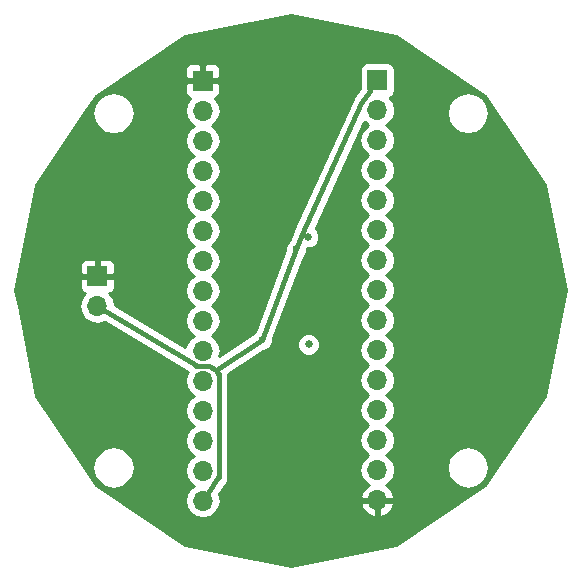
<source format=gbr>
G04 #@! TF.FileFunction,Copper,L1,Top,Signal*
%FSLAX46Y46*%
G04 Gerber Fmt 4.6, Leading zero omitted, Abs format (unit mm)*
G04 Created by KiCad (PCBNEW 4.0.7) date 06/27/18 01:28:05*
%MOMM*%
%LPD*%
G01*
G04 APERTURE LIST*
%ADD10C,0.100000*%
%ADD11R,1.700000X1.700000*%
%ADD12O,1.700000X1.700000*%
%ADD13C,0.650000*%
%ADD14C,0.600000*%
%ADD15C,0.400000*%
%ADD16C,0.254000*%
G04 APERTURE END LIST*
D10*
D11*
X106490000Y-75933300D03*
D12*
X106490000Y-78473300D03*
X106490000Y-81013300D03*
X106490000Y-83553300D03*
X106490000Y-86093300D03*
X106490000Y-88633300D03*
X106490000Y-91173300D03*
X106490000Y-93713300D03*
X106490000Y-96253300D03*
X106490000Y-98793300D03*
X106490000Y-101333300D03*
X106490000Y-103873300D03*
X106490000Y-106413300D03*
X106490000Y-108953300D03*
X106490000Y-111493300D03*
D11*
X121272000Y-75895200D03*
D12*
X121272000Y-78435200D03*
X121272000Y-80975200D03*
X121272000Y-83515200D03*
X121272000Y-86055200D03*
X121272000Y-88595200D03*
X121272000Y-91135200D03*
X121272000Y-93675200D03*
X121272000Y-96215200D03*
X121272000Y-98755200D03*
X121272000Y-101295200D03*
X121272000Y-103835200D03*
X121272000Y-106375200D03*
X121272000Y-108915200D03*
X121272000Y-111455200D03*
D11*
X97561400Y-92494100D03*
D12*
X97561400Y-95034100D03*
D13*
X115469000Y-98276000D03*
X115419000Y-89176000D03*
D14*
X111522500Y-97876100D03*
X114418900Y-90209000D03*
D15*
X107826400Y-100760400D02*
X107623300Y-100476600D01*
X107840100Y-100793500D02*
X107826400Y-100760400D01*
X107840100Y-108413500D02*
X107840100Y-100793500D01*
X107840100Y-109493100D02*
X107840100Y-108413500D01*
X107826400Y-109526200D02*
X107840100Y-109493100D01*
X106490000Y-111493300D02*
X107826400Y-109526200D01*
X114893400Y-88958300D02*
X114418900Y-90209000D01*
X119935600Y-77862300D02*
X114893400Y-88958300D01*
X120622000Y-76828000D02*
X119935600Y-77862300D01*
X120622000Y-76745200D02*
X120622000Y-76828000D01*
X120622000Y-76545200D02*
X120622000Y-76745200D01*
X121272000Y-75895200D02*
X120622000Y-76545200D01*
X107017600Y-100064800D02*
X107623300Y-100476600D01*
X107013900Y-100063300D02*
X107017600Y-100064800D01*
X105966100Y-100063300D02*
X107013900Y-100063300D01*
X105962400Y-100061800D02*
X105966100Y-100063300D01*
X97561400Y-95034100D02*
X105962400Y-100061800D01*
X114418900Y-90209000D02*
X111522500Y-97876100D01*
X111522500Y-97876100D02*
X107623300Y-100476600D01*
D16*
G36*
X122866364Y-72152849D02*
X130430295Y-77206905D01*
X135484351Y-84770836D01*
X137259100Y-93693100D01*
X135484351Y-102615364D01*
X130430295Y-110179295D01*
X122866364Y-115233351D01*
X113944100Y-117008100D01*
X105021836Y-115233351D01*
X97457905Y-110179295D01*
X96464862Y-108693100D01*
X97159100Y-108693100D01*
X97294975Y-109376190D01*
X97681914Y-109955286D01*
X98261010Y-110342225D01*
X98944100Y-110478100D01*
X99627190Y-110342225D01*
X100206286Y-109955286D01*
X100593225Y-109376190D01*
X100729100Y-108693100D01*
X100593225Y-108010010D01*
X100206286Y-107430914D01*
X99627190Y-107043975D01*
X98944100Y-106908100D01*
X98261010Y-107043975D01*
X97681914Y-107430914D01*
X97294975Y-108010010D01*
X97159100Y-108693100D01*
X96464862Y-108693100D01*
X92403849Y-102615364D01*
X90895842Y-95034100D01*
X96047307Y-95034100D01*
X96160346Y-95602385D01*
X96482253Y-96084154D01*
X96964022Y-96406061D01*
X97532307Y-96519100D01*
X97590493Y-96519100D01*
X98158778Y-96406061D01*
X98191416Y-96384253D01*
X105209627Y-100584402D01*
X105088946Y-100765015D01*
X104975907Y-101333300D01*
X105088946Y-101901585D01*
X105410853Y-102383354D01*
X105740026Y-102603300D01*
X105410853Y-102823246D01*
X105088946Y-103305015D01*
X104975907Y-103873300D01*
X105088946Y-104441585D01*
X105410853Y-104923354D01*
X105740026Y-105143300D01*
X105410853Y-105363246D01*
X105088946Y-105845015D01*
X104975907Y-106413300D01*
X105088946Y-106981585D01*
X105410853Y-107463354D01*
X105740026Y-107683300D01*
X105410853Y-107903246D01*
X105088946Y-108385015D01*
X104975907Y-108953300D01*
X105088946Y-109521585D01*
X105410853Y-110003354D01*
X105740026Y-110223300D01*
X105410853Y-110443246D01*
X105088946Y-110925015D01*
X104975907Y-111493300D01*
X105088946Y-112061585D01*
X105410853Y-112543354D01*
X105892622Y-112865261D01*
X106460907Y-112978300D01*
X106519093Y-112978300D01*
X107087378Y-112865261D01*
X107569147Y-112543354D01*
X107891054Y-112061585D01*
X107940681Y-111812090D01*
X119830524Y-111812090D01*
X120000355Y-112222124D01*
X120390642Y-112650383D01*
X120915108Y-112896686D01*
X121145000Y-112776019D01*
X121145000Y-111582200D01*
X121399000Y-111582200D01*
X121399000Y-112776019D01*
X121628892Y-112896686D01*
X122153358Y-112650383D01*
X122543645Y-112222124D01*
X122713476Y-111812090D01*
X122592155Y-111582200D01*
X121399000Y-111582200D01*
X121145000Y-111582200D01*
X119951845Y-111582200D01*
X119830524Y-111812090D01*
X107940681Y-111812090D01*
X108004093Y-111493300D01*
X107891054Y-110925015D01*
X107888324Y-110920930D01*
X108517084Y-109995434D01*
X108550424Y-109916665D01*
X108597926Y-109845532D01*
X108611626Y-109812433D01*
X108626732Y-109736380D01*
X108644077Y-109695402D01*
X108644448Y-109647197D01*
X108675100Y-109493100D01*
X108675100Y-100793500D01*
X108672517Y-100780512D01*
X111625325Y-98811190D01*
X111707667Y-98811262D01*
X112051443Y-98669217D01*
X112254896Y-98466118D01*
X114508833Y-98466118D01*
X114654677Y-98819086D01*
X114924493Y-99089374D01*
X115277206Y-99235833D01*
X115659118Y-99236167D01*
X116012086Y-99090323D01*
X116282374Y-98820507D01*
X116428833Y-98467794D01*
X116429167Y-98085882D01*
X116283323Y-97732914D01*
X116013507Y-97462626D01*
X115660794Y-97316167D01*
X115278882Y-97315833D01*
X114925914Y-97461677D01*
X114655626Y-97731493D01*
X114509167Y-98084206D01*
X114508833Y-98466118D01*
X112254896Y-98466118D01*
X112314692Y-98406427D01*
X112457338Y-98062899D01*
X112457599Y-97763588D01*
X115050649Y-90899491D01*
X115211092Y-90739327D01*
X115353738Y-90395799D01*
X115353964Y-90135944D01*
X115609118Y-90136167D01*
X115962086Y-89990323D01*
X116232374Y-89720507D01*
X116378833Y-89367794D01*
X116379167Y-88985882D01*
X116233323Y-88632914D01*
X116044420Y-88443680D01*
X120146676Y-79416145D01*
X120192853Y-79485254D01*
X120522026Y-79705200D01*
X120192853Y-79925146D01*
X119870946Y-80406915D01*
X119757907Y-80975200D01*
X119870946Y-81543485D01*
X120192853Y-82025254D01*
X120522026Y-82245200D01*
X120192853Y-82465146D01*
X119870946Y-82946915D01*
X119757907Y-83515200D01*
X119870946Y-84083485D01*
X120192853Y-84565254D01*
X120522026Y-84785200D01*
X120192853Y-85005146D01*
X119870946Y-85486915D01*
X119757907Y-86055200D01*
X119870946Y-86623485D01*
X120192853Y-87105254D01*
X120522026Y-87325200D01*
X120192853Y-87545146D01*
X119870946Y-88026915D01*
X119757907Y-88595200D01*
X119870946Y-89163485D01*
X120192853Y-89645254D01*
X120522026Y-89865200D01*
X120192853Y-90085146D01*
X119870946Y-90566915D01*
X119757907Y-91135200D01*
X119870946Y-91703485D01*
X120192853Y-92185254D01*
X120522026Y-92405200D01*
X120192853Y-92625146D01*
X119870946Y-93106915D01*
X119757907Y-93675200D01*
X119870946Y-94243485D01*
X120192853Y-94725254D01*
X120522026Y-94945200D01*
X120192853Y-95165146D01*
X119870946Y-95646915D01*
X119757907Y-96215200D01*
X119870946Y-96783485D01*
X120192853Y-97265254D01*
X120522026Y-97485200D01*
X120192853Y-97705146D01*
X119870946Y-98186915D01*
X119757907Y-98755200D01*
X119870946Y-99323485D01*
X120192853Y-99805254D01*
X120522026Y-100025200D01*
X120192853Y-100245146D01*
X119870946Y-100726915D01*
X119757907Y-101295200D01*
X119870946Y-101863485D01*
X120192853Y-102345254D01*
X120522026Y-102565200D01*
X120192853Y-102785146D01*
X119870946Y-103266915D01*
X119757907Y-103835200D01*
X119870946Y-104403485D01*
X120192853Y-104885254D01*
X120522026Y-105105200D01*
X120192853Y-105325146D01*
X119870946Y-105806915D01*
X119757907Y-106375200D01*
X119870946Y-106943485D01*
X120192853Y-107425254D01*
X120522026Y-107645200D01*
X120192853Y-107865146D01*
X119870946Y-108346915D01*
X119757907Y-108915200D01*
X119870946Y-109483485D01*
X120192853Y-109965254D01*
X120533553Y-110192902D01*
X120390642Y-110260017D01*
X120000355Y-110688276D01*
X119830524Y-111098310D01*
X119951845Y-111328200D01*
X121145000Y-111328200D01*
X121145000Y-111308200D01*
X121399000Y-111308200D01*
X121399000Y-111328200D01*
X122592155Y-111328200D01*
X122713476Y-111098310D01*
X122543645Y-110688276D01*
X122153358Y-110260017D01*
X122010447Y-110192902D01*
X122351147Y-109965254D01*
X122673054Y-109483485D01*
X122786093Y-108915200D01*
X122741915Y-108693100D01*
X127159100Y-108693100D01*
X127294975Y-109376190D01*
X127681914Y-109955286D01*
X128261010Y-110342225D01*
X128944100Y-110478100D01*
X129627190Y-110342225D01*
X130206286Y-109955286D01*
X130593225Y-109376190D01*
X130729100Y-108693100D01*
X130593225Y-108010010D01*
X130206286Y-107430914D01*
X129627190Y-107043975D01*
X128944100Y-106908100D01*
X128261010Y-107043975D01*
X127681914Y-107430914D01*
X127294975Y-108010010D01*
X127159100Y-108693100D01*
X122741915Y-108693100D01*
X122673054Y-108346915D01*
X122351147Y-107865146D01*
X122021974Y-107645200D01*
X122351147Y-107425254D01*
X122673054Y-106943485D01*
X122786093Y-106375200D01*
X122673054Y-105806915D01*
X122351147Y-105325146D01*
X122021974Y-105105200D01*
X122351147Y-104885254D01*
X122673054Y-104403485D01*
X122786093Y-103835200D01*
X122673054Y-103266915D01*
X122351147Y-102785146D01*
X122021974Y-102565200D01*
X122351147Y-102345254D01*
X122673054Y-101863485D01*
X122786093Y-101295200D01*
X122673054Y-100726915D01*
X122351147Y-100245146D01*
X122021974Y-100025200D01*
X122351147Y-99805254D01*
X122673054Y-99323485D01*
X122786093Y-98755200D01*
X122673054Y-98186915D01*
X122351147Y-97705146D01*
X122021974Y-97485200D01*
X122351147Y-97265254D01*
X122673054Y-96783485D01*
X122786093Y-96215200D01*
X122673054Y-95646915D01*
X122351147Y-95165146D01*
X122021974Y-94945200D01*
X122351147Y-94725254D01*
X122673054Y-94243485D01*
X122786093Y-93675200D01*
X122673054Y-93106915D01*
X122351147Y-92625146D01*
X122021974Y-92405200D01*
X122351147Y-92185254D01*
X122673054Y-91703485D01*
X122786093Y-91135200D01*
X122673054Y-90566915D01*
X122351147Y-90085146D01*
X122021974Y-89865200D01*
X122351147Y-89645254D01*
X122673054Y-89163485D01*
X122786093Y-88595200D01*
X122673054Y-88026915D01*
X122351147Y-87545146D01*
X122021974Y-87325200D01*
X122351147Y-87105254D01*
X122673054Y-86623485D01*
X122786093Y-86055200D01*
X122673054Y-85486915D01*
X122351147Y-85005146D01*
X122021974Y-84785200D01*
X122351147Y-84565254D01*
X122673054Y-84083485D01*
X122786093Y-83515200D01*
X122673054Y-82946915D01*
X122351147Y-82465146D01*
X122021974Y-82245200D01*
X122351147Y-82025254D01*
X122673054Y-81543485D01*
X122786093Y-80975200D01*
X122673054Y-80406915D01*
X122351147Y-79925146D01*
X122021974Y-79705200D01*
X122351147Y-79485254D01*
X122673054Y-79003485D01*
X122734793Y-78693100D01*
X127159100Y-78693100D01*
X127294975Y-79376190D01*
X127681914Y-79955286D01*
X128261010Y-80342225D01*
X128944100Y-80478100D01*
X129627190Y-80342225D01*
X130206286Y-79955286D01*
X130593225Y-79376190D01*
X130729100Y-78693100D01*
X130593225Y-78010010D01*
X130206286Y-77430914D01*
X129627190Y-77043975D01*
X128944100Y-76908100D01*
X128261010Y-77043975D01*
X127681914Y-77430914D01*
X127294975Y-78010010D01*
X127159100Y-78693100D01*
X122734793Y-78693100D01*
X122786093Y-78435200D01*
X122673054Y-77866915D01*
X122351147Y-77385146D01*
X122309548Y-77357350D01*
X122357317Y-77348362D01*
X122573441Y-77209290D01*
X122718431Y-76997090D01*
X122769440Y-76745200D01*
X122769440Y-75045200D01*
X122725162Y-74809883D01*
X122586090Y-74593759D01*
X122373890Y-74448769D01*
X122122000Y-74397760D01*
X120422000Y-74397760D01*
X120186683Y-74442038D01*
X119970559Y-74581110D01*
X119825569Y-74793310D01*
X119774560Y-75045200D01*
X119774560Y-76594885D01*
X119239867Y-77400586D01*
X119214451Y-77462496D01*
X119175407Y-77516856D01*
X114133207Y-88612856D01*
X114127038Y-88639185D01*
X114112697Y-88662111D01*
X113788180Y-89517483D01*
X113626708Y-89678673D01*
X113484062Y-90022201D01*
X113483801Y-90321513D01*
X110890752Y-97185609D01*
X110730308Y-97345773D01*
X110698724Y-97421834D01*
X107906471Y-99284076D01*
X108004093Y-98793300D01*
X107891054Y-98225015D01*
X107569147Y-97743246D01*
X107239974Y-97523300D01*
X107569147Y-97303354D01*
X107891054Y-96821585D01*
X108004093Y-96253300D01*
X107891054Y-95685015D01*
X107569147Y-95203246D01*
X107239974Y-94983300D01*
X107569147Y-94763354D01*
X107891054Y-94281585D01*
X108004093Y-93713300D01*
X107891054Y-93145015D01*
X107569147Y-92663246D01*
X107239974Y-92443300D01*
X107569147Y-92223354D01*
X107891054Y-91741585D01*
X108004093Y-91173300D01*
X107891054Y-90605015D01*
X107569147Y-90123246D01*
X107239974Y-89903300D01*
X107569147Y-89683354D01*
X107891054Y-89201585D01*
X108004093Y-88633300D01*
X107891054Y-88065015D01*
X107569147Y-87583246D01*
X107239974Y-87363300D01*
X107569147Y-87143354D01*
X107891054Y-86661585D01*
X108004093Y-86093300D01*
X107891054Y-85525015D01*
X107569147Y-85043246D01*
X107239974Y-84823300D01*
X107569147Y-84603354D01*
X107891054Y-84121585D01*
X108004093Y-83553300D01*
X107891054Y-82985015D01*
X107569147Y-82503246D01*
X107239974Y-82283300D01*
X107569147Y-82063354D01*
X107891054Y-81581585D01*
X108004093Y-81013300D01*
X107891054Y-80445015D01*
X107569147Y-79963246D01*
X107239974Y-79743300D01*
X107569147Y-79523354D01*
X107891054Y-79041585D01*
X108004093Y-78473300D01*
X107891054Y-77905015D01*
X107569147Y-77423246D01*
X107525223Y-77393897D01*
X107699698Y-77321627D01*
X107878327Y-77142999D01*
X107975000Y-76909610D01*
X107975000Y-76219050D01*
X107816250Y-76060300D01*
X106617000Y-76060300D01*
X106617000Y-76080300D01*
X106363000Y-76080300D01*
X106363000Y-76060300D01*
X105163750Y-76060300D01*
X105005000Y-76219050D01*
X105005000Y-76909610D01*
X105101673Y-77142999D01*
X105280302Y-77321627D01*
X105454777Y-77393897D01*
X105410853Y-77423246D01*
X105088946Y-77905015D01*
X104975907Y-78473300D01*
X105088946Y-79041585D01*
X105410853Y-79523354D01*
X105740026Y-79743300D01*
X105410853Y-79963246D01*
X105088946Y-80445015D01*
X104975907Y-81013300D01*
X105088946Y-81581585D01*
X105410853Y-82063354D01*
X105740026Y-82283300D01*
X105410853Y-82503246D01*
X105088946Y-82985015D01*
X104975907Y-83553300D01*
X105088946Y-84121585D01*
X105410853Y-84603354D01*
X105740026Y-84823300D01*
X105410853Y-85043246D01*
X105088946Y-85525015D01*
X104975907Y-86093300D01*
X105088946Y-86661585D01*
X105410853Y-87143354D01*
X105740026Y-87363300D01*
X105410853Y-87583246D01*
X105088946Y-88065015D01*
X104975907Y-88633300D01*
X105088946Y-89201585D01*
X105410853Y-89683354D01*
X105740026Y-89903300D01*
X105410853Y-90123246D01*
X105088946Y-90605015D01*
X104975907Y-91173300D01*
X105088946Y-91741585D01*
X105410853Y-92223354D01*
X105740026Y-92443300D01*
X105410853Y-92663246D01*
X105088946Y-93145015D01*
X104975907Y-93713300D01*
X105088946Y-94281585D01*
X105410853Y-94763354D01*
X105740026Y-94983300D01*
X105410853Y-95203246D01*
X105088946Y-95685015D01*
X104975907Y-96253300D01*
X105088946Y-96821585D01*
X105410853Y-97303354D01*
X105740026Y-97523300D01*
X105410853Y-97743246D01*
X105088946Y-98225015D01*
X105028342Y-98529690D01*
X99060370Y-94958070D01*
X98962454Y-94465815D01*
X98640547Y-93984046D01*
X98596623Y-93954697D01*
X98771098Y-93882427D01*
X98949727Y-93703799D01*
X99046400Y-93470410D01*
X99046400Y-92779850D01*
X98887650Y-92621100D01*
X97688400Y-92621100D01*
X97688400Y-92641100D01*
X97434400Y-92641100D01*
X97434400Y-92621100D01*
X96235150Y-92621100D01*
X96076400Y-92779850D01*
X96076400Y-93470410D01*
X96173073Y-93703799D01*
X96351702Y-93882427D01*
X96526177Y-93954697D01*
X96482253Y-93984046D01*
X96160346Y-94465815D01*
X96047307Y-95034100D01*
X90895842Y-95034100D01*
X90629100Y-93693100D01*
X91061796Y-91517790D01*
X96076400Y-91517790D01*
X96076400Y-92208350D01*
X96235150Y-92367100D01*
X97434400Y-92367100D01*
X97434400Y-91167850D01*
X97688400Y-91167850D01*
X97688400Y-92367100D01*
X98887650Y-92367100D01*
X99046400Y-92208350D01*
X99046400Y-91517790D01*
X98949727Y-91284401D01*
X98771098Y-91105773D01*
X98537709Y-91009100D01*
X97847150Y-91009100D01*
X97688400Y-91167850D01*
X97434400Y-91167850D01*
X97275650Y-91009100D01*
X96585091Y-91009100D01*
X96351702Y-91105773D01*
X96173073Y-91284401D01*
X96076400Y-91517790D01*
X91061796Y-91517790D01*
X92403849Y-84770836D01*
X96464861Y-78693100D01*
X97159100Y-78693100D01*
X97294975Y-79376190D01*
X97681914Y-79955286D01*
X98261010Y-80342225D01*
X98944100Y-80478100D01*
X99627190Y-80342225D01*
X100206286Y-79955286D01*
X100593225Y-79376190D01*
X100729100Y-78693100D01*
X100593225Y-78010010D01*
X100206286Y-77430914D01*
X99627190Y-77043975D01*
X98944100Y-76908100D01*
X98261010Y-77043975D01*
X97681914Y-77430914D01*
X97294975Y-78010010D01*
X97159100Y-78693100D01*
X96464861Y-78693100D01*
X97457905Y-77206905D01*
X100825141Y-74956990D01*
X105005000Y-74956990D01*
X105005000Y-75647550D01*
X105163750Y-75806300D01*
X106363000Y-75806300D01*
X106363000Y-74607050D01*
X106617000Y-74607050D01*
X106617000Y-75806300D01*
X107816250Y-75806300D01*
X107975000Y-75647550D01*
X107975000Y-74956990D01*
X107878327Y-74723601D01*
X107699698Y-74544973D01*
X107466309Y-74448300D01*
X106775750Y-74448300D01*
X106617000Y-74607050D01*
X106363000Y-74607050D01*
X106204250Y-74448300D01*
X105513691Y-74448300D01*
X105280302Y-74544973D01*
X105101673Y-74723601D01*
X105005000Y-74956990D01*
X100825141Y-74956990D01*
X105021836Y-72152849D01*
X113944100Y-70378100D01*
X122866364Y-72152849D01*
X122866364Y-72152849D01*
G37*
X122866364Y-72152849D02*
X130430295Y-77206905D01*
X135484351Y-84770836D01*
X137259100Y-93693100D01*
X135484351Y-102615364D01*
X130430295Y-110179295D01*
X122866364Y-115233351D01*
X113944100Y-117008100D01*
X105021836Y-115233351D01*
X97457905Y-110179295D01*
X96464862Y-108693100D01*
X97159100Y-108693100D01*
X97294975Y-109376190D01*
X97681914Y-109955286D01*
X98261010Y-110342225D01*
X98944100Y-110478100D01*
X99627190Y-110342225D01*
X100206286Y-109955286D01*
X100593225Y-109376190D01*
X100729100Y-108693100D01*
X100593225Y-108010010D01*
X100206286Y-107430914D01*
X99627190Y-107043975D01*
X98944100Y-106908100D01*
X98261010Y-107043975D01*
X97681914Y-107430914D01*
X97294975Y-108010010D01*
X97159100Y-108693100D01*
X96464862Y-108693100D01*
X92403849Y-102615364D01*
X90895842Y-95034100D01*
X96047307Y-95034100D01*
X96160346Y-95602385D01*
X96482253Y-96084154D01*
X96964022Y-96406061D01*
X97532307Y-96519100D01*
X97590493Y-96519100D01*
X98158778Y-96406061D01*
X98191416Y-96384253D01*
X105209627Y-100584402D01*
X105088946Y-100765015D01*
X104975907Y-101333300D01*
X105088946Y-101901585D01*
X105410853Y-102383354D01*
X105740026Y-102603300D01*
X105410853Y-102823246D01*
X105088946Y-103305015D01*
X104975907Y-103873300D01*
X105088946Y-104441585D01*
X105410853Y-104923354D01*
X105740026Y-105143300D01*
X105410853Y-105363246D01*
X105088946Y-105845015D01*
X104975907Y-106413300D01*
X105088946Y-106981585D01*
X105410853Y-107463354D01*
X105740026Y-107683300D01*
X105410853Y-107903246D01*
X105088946Y-108385015D01*
X104975907Y-108953300D01*
X105088946Y-109521585D01*
X105410853Y-110003354D01*
X105740026Y-110223300D01*
X105410853Y-110443246D01*
X105088946Y-110925015D01*
X104975907Y-111493300D01*
X105088946Y-112061585D01*
X105410853Y-112543354D01*
X105892622Y-112865261D01*
X106460907Y-112978300D01*
X106519093Y-112978300D01*
X107087378Y-112865261D01*
X107569147Y-112543354D01*
X107891054Y-112061585D01*
X107940681Y-111812090D01*
X119830524Y-111812090D01*
X120000355Y-112222124D01*
X120390642Y-112650383D01*
X120915108Y-112896686D01*
X121145000Y-112776019D01*
X121145000Y-111582200D01*
X121399000Y-111582200D01*
X121399000Y-112776019D01*
X121628892Y-112896686D01*
X122153358Y-112650383D01*
X122543645Y-112222124D01*
X122713476Y-111812090D01*
X122592155Y-111582200D01*
X121399000Y-111582200D01*
X121145000Y-111582200D01*
X119951845Y-111582200D01*
X119830524Y-111812090D01*
X107940681Y-111812090D01*
X108004093Y-111493300D01*
X107891054Y-110925015D01*
X107888324Y-110920930D01*
X108517084Y-109995434D01*
X108550424Y-109916665D01*
X108597926Y-109845532D01*
X108611626Y-109812433D01*
X108626732Y-109736380D01*
X108644077Y-109695402D01*
X108644448Y-109647197D01*
X108675100Y-109493100D01*
X108675100Y-100793500D01*
X108672517Y-100780512D01*
X111625325Y-98811190D01*
X111707667Y-98811262D01*
X112051443Y-98669217D01*
X112254896Y-98466118D01*
X114508833Y-98466118D01*
X114654677Y-98819086D01*
X114924493Y-99089374D01*
X115277206Y-99235833D01*
X115659118Y-99236167D01*
X116012086Y-99090323D01*
X116282374Y-98820507D01*
X116428833Y-98467794D01*
X116429167Y-98085882D01*
X116283323Y-97732914D01*
X116013507Y-97462626D01*
X115660794Y-97316167D01*
X115278882Y-97315833D01*
X114925914Y-97461677D01*
X114655626Y-97731493D01*
X114509167Y-98084206D01*
X114508833Y-98466118D01*
X112254896Y-98466118D01*
X112314692Y-98406427D01*
X112457338Y-98062899D01*
X112457599Y-97763588D01*
X115050649Y-90899491D01*
X115211092Y-90739327D01*
X115353738Y-90395799D01*
X115353964Y-90135944D01*
X115609118Y-90136167D01*
X115962086Y-89990323D01*
X116232374Y-89720507D01*
X116378833Y-89367794D01*
X116379167Y-88985882D01*
X116233323Y-88632914D01*
X116044420Y-88443680D01*
X120146676Y-79416145D01*
X120192853Y-79485254D01*
X120522026Y-79705200D01*
X120192853Y-79925146D01*
X119870946Y-80406915D01*
X119757907Y-80975200D01*
X119870946Y-81543485D01*
X120192853Y-82025254D01*
X120522026Y-82245200D01*
X120192853Y-82465146D01*
X119870946Y-82946915D01*
X119757907Y-83515200D01*
X119870946Y-84083485D01*
X120192853Y-84565254D01*
X120522026Y-84785200D01*
X120192853Y-85005146D01*
X119870946Y-85486915D01*
X119757907Y-86055200D01*
X119870946Y-86623485D01*
X120192853Y-87105254D01*
X120522026Y-87325200D01*
X120192853Y-87545146D01*
X119870946Y-88026915D01*
X119757907Y-88595200D01*
X119870946Y-89163485D01*
X120192853Y-89645254D01*
X120522026Y-89865200D01*
X120192853Y-90085146D01*
X119870946Y-90566915D01*
X119757907Y-91135200D01*
X119870946Y-91703485D01*
X120192853Y-92185254D01*
X120522026Y-92405200D01*
X120192853Y-92625146D01*
X119870946Y-93106915D01*
X119757907Y-93675200D01*
X119870946Y-94243485D01*
X120192853Y-94725254D01*
X120522026Y-94945200D01*
X120192853Y-95165146D01*
X119870946Y-95646915D01*
X119757907Y-96215200D01*
X119870946Y-96783485D01*
X120192853Y-97265254D01*
X120522026Y-97485200D01*
X120192853Y-97705146D01*
X119870946Y-98186915D01*
X119757907Y-98755200D01*
X119870946Y-99323485D01*
X120192853Y-99805254D01*
X120522026Y-100025200D01*
X120192853Y-100245146D01*
X119870946Y-100726915D01*
X119757907Y-101295200D01*
X119870946Y-101863485D01*
X120192853Y-102345254D01*
X120522026Y-102565200D01*
X120192853Y-102785146D01*
X119870946Y-103266915D01*
X119757907Y-103835200D01*
X119870946Y-104403485D01*
X120192853Y-104885254D01*
X120522026Y-105105200D01*
X120192853Y-105325146D01*
X119870946Y-105806915D01*
X119757907Y-106375200D01*
X119870946Y-106943485D01*
X120192853Y-107425254D01*
X120522026Y-107645200D01*
X120192853Y-107865146D01*
X119870946Y-108346915D01*
X119757907Y-108915200D01*
X119870946Y-109483485D01*
X120192853Y-109965254D01*
X120533553Y-110192902D01*
X120390642Y-110260017D01*
X120000355Y-110688276D01*
X119830524Y-111098310D01*
X119951845Y-111328200D01*
X121145000Y-111328200D01*
X121145000Y-111308200D01*
X121399000Y-111308200D01*
X121399000Y-111328200D01*
X122592155Y-111328200D01*
X122713476Y-111098310D01*
X122543645Y-110688276D01*
X122153358Y-110260017D01*
X122010447Y-110192902D01*
X122351147Y-109965254D01*
X122673054Y-109483485D01*
X122786093Y-108915200D01*
X122741915Y-108693100D01*
X127159100Y-108693100D01*
X127294975Y-109376190D01*
X127681914Y-109955286D01*
X128261010Y-110342225D01*
X128944100Y-110478100D01*
X129627190Y-110342225D01*
X130206286Y-109955286D01*
X130593225Y-109376190D01*
X130729100Y-108693100D01*
X130593225Y-108010010D01*
X130206286Y-107430914D01*
X129627190Y-107043975D01*
X128944100Y-106908100D01*
X128261010Y-107043975D01*
X127681914Y-107430914D01*
X127294975Y-108010010D01*
X127159100Y-108693100D01*
X122741915Y-108693100D01*
X122673054Y-108346915D01*
X122351147Y-107865146D01*
X122021974Y-107645200D01*
X122351147Y-107425254D01*
X122673054Y-106943485D01*
X122786093Y-106375200D01*
X122673054Y-105806915D01*
X122351147Y-105325146D01*
X122021974Y-105105200D01*
X122351147Y-104885254D01*
X122673054Y-104403485D01*
X122786093Y-103835200D01*
X122673054Y-103266915D01*
X122351147Y-102785146D01*
X122021974Y-102565200D01*
X122351147Y-102345254D01*
X122673054Y-101863485D01*
X122786093Y-101295200D01*
X122673054Y-100726915D01*
X122351147Y-100245146D01*
X122021974Y-100025200D01*
X122351147Y-99805254D01*
X122673054Y-99323485D01*
X122786093Y-98755200D01*
X122673054Y-98186915D01*
X122351147Y-97705146D01*
X122021974Y-97485200D01*
X122351147Y-97265254D01*
X122673054Y-96783485D01*
X122786093Y-96215200D01*
X122673054Y-95646915D01*
X122351147Y-95165146D01*
X122021974Y-94945200D01*
X122351147Y-94725254D01*
X122673054Y-94243485D01*
X122786093Y-93675200D01*
X122673054Y-93106915D01*
X122351147Y-92625146D01*
X122021974Y-92405200D01*
X122351147Y-92185254D01*
X122673054Y-91703485D01*
X122786093Y-91135200D01*
X122673054Y-90566915D01*
X122351147Y-90085146D01*
X122021974Y-89865200D01*
X122351147Y-89645254D01*
X122673054Y-89163485D01*
X122786093Y-88595200D01*
X122673054Y-88026915D01*
X122351147Y-87545146D01*
X122021974Y-87325200D01*
X122351147Y-87105254D01*
X122673054Y-86623485D01*
X122786093Y-86055200D01*
X122673054Y-85486915D01*
X122351147Y-85005146D01*
X122021974Y-84785200D01*
X122351147Y-84565254D01*
X122673054Y-84083485D01*
X122786093Y-83515200D01*
X122673054Y-82946915D01*
X122351147Y-82465146D01*
X122021974Y-82245200D01*
X122351147Y-82025254D01*
X122673054Y-81543485D01*
X122786093Y-80975200D01*
X122673054Y-80406915D01*
X122351147Y-79925146D01*
X122021974Y-79705200D01*
X122351147Y-79485254D01*
X122673054Y-79003485D01*
X122734793Y-78693100D01*
X127159100Y-78693100D01*
X127294975Y-79376190D01*
X127681914Y-79955286D01*
X128261010Y-80342225D01*
X128944100Y-80478100D01*
X129627190Y-80342225D01*
X130206286Y-79955286D01*
X130593225Y-79376190D01*
X130729100Y-78693100D01*
X130593225Y-78010010D01*
X130206286Y-77430914D01*
X129627190Y-77043975D01*
X128944100Y-76908100D01*
X128261010Y-77043975D01*
X127681914Y-77430914D01*
X127294975Y-78010010D01*
X127159100Y-78693100D01*
X122734793Y-78693100D01*
X122786093Y-78435200D01*
X122673054Y-77866915D01*
X122351147Y-77385146D01*
X122309548Y-77357350D01*
X122357317Y-77348362D01*
X122573441Y-77209290D01*
X122718431Y-76997090D01*
X122769440Y-76745200D01*
X122769440Y-75045200D01*
X122725162Y-74809883D01*
X122586090Y-74593759D01*
X122373890Y-74448769D01*
X122122000Y-74397760D01*
X120422000Y-74397760D01*
X120186683Y-74442038D01*
X119970559Y-74581110D01*
X119825569Y-74793310D01*
X119774560Y-75045200D01*
X119774560Y-76594885D01*
X119239867Y-77400586D01*
X119214451Y-77462496D01*
X119175407Y-77516856D01*
X114133207Y-88612856D01*
X114127038Y-88639185D01*
X114112697Y-88662111D01*
X113788180Y-89517483D01*
X113626708Y-89678673D01*
X113484062Y-90022201D01*
X113483801Y-90321513D01*
X110890752Y-97185609D01*
X110730308Y-97345773D01*
X110698724Y-97421834D01*
X107906471Y-99284076D01*
X108004093Y-98793300D01*
X107891054Y-98225015D01*
X107569147Y-97743246D01*
X107239974Y-97523300D01*
X107569147Y-97303354D01*
X107891054Y-96821585D01*
X108004093Y-96253300D01*
X107891054Y-95685015D01*
X107569147Y-95203246D01*
X107239974Y-94983300D01*
X107569147Y-94763354D01*
X107891054Y-94281585D01*
X108004093Y-93713300D01*
X107891054Y-93145015D01*
X107569147Y-92663246D01*
X107239974Y-92443300D01*
X107569147Y-92223354D01*
X107891054Y-91741585D01*
X108004093Y-91173300D01*
X107891054Y-90605015D01*
X107569147Y-90123246D01*
X107239974Y-89903300D01*
X107569147Y-89683354D01*
X107891054Y-89201585D01*
X108004093Y-88633300D01*
X107891054Y-88065015D01*
X107569147Y-87583246D01*
X107239974Y-87363300D01*
X107569147Y-87143354D01*
X107891054Y-86661585D01*
X108004093Y-86093300D01*
X107891054Y-85525015D01*
X107569147Y-85043246D01*
X107239974Y-84823300D01*
X107569147Y-84603354D01*
X107891054Y-84121585D01*
X108004093Y-83553300D01*
X107891054Y-82985015D01*
X107569147Y-82503246D01*
X107239974Y-82283300D01*
X107569147Y-82063354D01*
X107891054Y-81581585D01*
X108004093Y-81013300D01*
X107891054Y-80445015D01*
X107569147Y-79963246D01*
X107239974Y-79743300D01*
X107569147Y-79523354D01*
X107891054Y-79041585D01*
X108004093Y-78473300D01*
X107891054Y-77905015D01*
X107569147Y-77423246D01*
X107525223Y-77393897D01*
X107699698Y-77321627D01*
X107878327Y-77142999D01*
X107975000Y-76909610D01*
X107975000Y-76219050D01*
X107816250Y-76060300D01*
X106617000Y-76060300D01*
X106617000Y-76080300D01*
X106363000Y-76080300D01*
X106363000Y-76060300D01*
X105163750Y-76060300D01*
X105005000Y-76219050D01*
X105005000Y-76909610D01*
X105101673Y-77142999D01*
X105280302Y-77321627D01*
X105454777Y-77393897D01*
X105410853Y-77423246D01*
X105088946Y-77905015D01*
X104975907Y-78473300D01*
X105088946Y-79041585D01*
X105410853Y-79523354D01*
X105740026Y-79743300D01*
X105410853Y-79963246D01*
X105088946Y-80445015D01*
X104975907Y-81013300D01*
X105088946Y-81581585D01*
X105410853Y-82063354D01*
X105740026Y-82283300D01*
X105410853Y-82503246D01*
X105088946Y-82985015D01*
X104975907Y-83553300D01*
X105088946Y-84121585D01*
X105410853Y-84603354D01*
X105740026Y-84823300D01*
X105410853Y-85043246D01*
X105088946Y-85525015D01*
X104975907Y-86093300D01*
X105088946Y-86661585D01*
X105410853Y-87143354D01*
X105740026Y-87363300D01*
X105410853Y-87583246D01*
X105088946Y-88065015D01*
X104975907Y-88633300D01*
X105088946Y-89201585D01*
X105410853Y-89683354D01*
X105740026Y-89903300D01*
X105410853Y-90123246D01*
X105088946Y-90605015D01*
X104975907Y-91173300D01*
X105088946Y-91741585D01*
X105410853Y-92223354D01*
X105740026Y-92443300D01*
X105410853Y-92663246D01*
X105088946Y-93145015D01*
X104975907Y-93713300D01*
X105088946Y-94281585D01*
X105410853Y-94763354D01*
X105740026Y-94983300D01*
X105410853Y-95203246D01*
X105088946Y-95685015D01*
X104975907Y-96253300D01*
X105088946Y-96821585D01*
X105410853Y-97303354D01*
X105740026Y-97523300D01*
X105410853Y-97743246D01*
X105088946Y-98225015D01*
X105028342Y-98529690D01*
X99060370Y-94958070D01*
X98962454Y-94465815D01*
X98640547Y-93984046D01*
X98596623Y-93954697D01*
X98771098Y-93882427D01*
X98949727Y-93703799D01*
X99046400Y-93470410D01*
X99046400Y-92779850D01*
X98887650Y-92621100D01*
X97688400Y-92621100D01*
X97688400Y-92641100D01*
X97434400Y-92641100D01*
X97434400Y-92621100D01*
X96235150Y-92621100D01*
X96076400Y-92779850D01*
X96076400Y-93470410D01*
X96173073Y-93703799D01*
X96351702Y-93882427D01*
X96526177Y-93954697D01*
X96482253Y-93984046D01*
X96160346Y-94465815D01*
X96047307Y-95034100D01*
X90895842Y-95034100D01*
X90629100Y-93693100D01*
X91061796Y-91517790D01*
X96076400Y-91517790D01*
X96076400Y-92208350D01*
X96235150Y-92367100D01*
X97434400Y-92367100D01*
X97434400Y-91167850D01*
X97688400Y-91167850D01*
X97688400Y-92367100D01*
X98887650Y-92367100D01*
X99046400Y-92208350D01*
X99046400Y-91517790D01*
X98949727Y-91284401D01*
X98771098Y-91105773D01*
X98537709Y-91009100D01*
X97847150Y-91009100D01*
X97688400Y-91167850D01*
X97434400Y-91167850D01*
X97275650Y-91009100D01*
X96585091Y-91009100D01*
X96351702Y-91105773D01*
X96173073Y-91284401D01*
X96076400Y-91517790D01*
X91061796Y-91517790D01*
X92403849Y-84770836D01*
X96464861Y-78693100D01*
X97159100Y-78693100D01*
X97294975Y-79376190D01*
X97681914Y-79955286D01*
X98261010Y-80342225D01*
X98944100Y-80478100D01*
X99627190Y-80342225D01*
X100206286Y-79955286D01*
X100593225Y-79376190D01*
X100729100Y-78693100D01*
X100593225Y-78010010D01*
X100206286Y-77430914D01*
X99627190Y-77043975D01*
X98944100Y-76908100D01*
X98261010Y-77043975D01*
X97681914Y-77430914D01*
X97294975Y-78010010D01*
X97159100Y-78693100D01*
X96464861Y-78693100D01*
X97457905Y-77206905D01*
X100825141Y-74956990D01*
X105005000Y-74956990D01*
X105005000Y-75647550D01*
X105163750Y-75806300D01*
X106363000Y-75806300D01*
X106363000Y-74607050D01*
X106617000Y-74607050D01*
X106617000Y-75806300D01*
X107816250Y-75806300D01*
X107975000Y-75647550D01*
X107975000Y-74956990D01*
X107878327Y-74723601D01*
X107699698Y-74544973D01*
X107466309Y-74448300D01*
X106775750Y-74448300D01*
X106617000Y-74607050D01*
X106363000Y-74607050D01*
X106204250Y-74448300D01*
X105513691Y-74448300D01*
X105280302Y-74544973D01*
X105101673Y-74723601D01*
X105005000Y-74956990D01*
X100825141Y-74956990D01*
X105021836Y-72152849D01*
X113944100Y-70378100D01*
X122866364Y-72152849D01*
M02*

</source>
